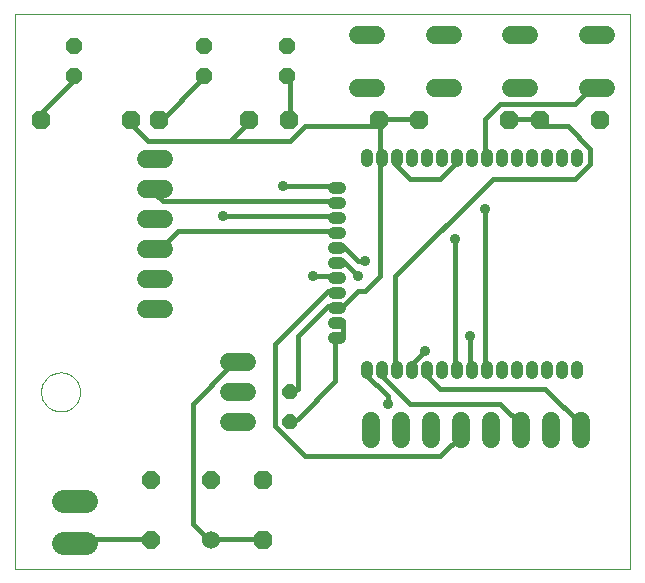
<source format=gtl>
G75*
G70*
%OFA0B0*%
%FSLAX24Y24*%
%IPPOS*%
%LPD*%
%AMOC8*
5,1,8,0,0,1.08239X$1,22.5*
%
%ADD10C,0.0000*%
%ADD11OC8,0.0630*%
%ADD12OC8,0.0500*%
%ADD13C,0.0750*%
%ADD14C,0.0394*%
%ADD15C,0.0600*%
%ADD16C,0.0600*%
%ADD17OC8,0.0600*%
%ADD18OC8,0.0520*%
%ADD19C,0.0160*%
%ADD20C,0.0356*%
D10*
X000258Y000893D02*
X000258Y019397D01*
X020731Y019397D01*
X020731Y000893D01*
X000258Y000893D01*
X001114Y006798D02*
X001116Y006848D01*
X001122Y006898D01*
X001132Y006948D01*
X001145Y006996D01*
X001162Y007044D01*
X001183Y007090D01*
X001207Y007134D01*
X001235Y007176D01*
X001266Y007216D01*
X001300Y007253D01*
X001337Y007288D01*
X001376Y007319D01*
X001417Y007348D01*
X001461Y007373D01*
X001507Y007395D01*
X001554Y007413D01*
X001602Y007427D01*
X001651Y007438D01*
X001701Y007445D01*
X001751Y007448D01*
X001802Y007447D01*
X001852Y007442D01*
X001902Y007433D01*
X001950Y007421D01*
X001998Y007404D01*
X002044Y007384D01*
X002089Y007361D01*
X002132Y007334D01*
X002172Y007304D01*
X002210Y007271D01*
X002245Y007235D01*
X002278Y007196D01*
X002307Y007155D01*
X002333Y007112D01*
X002356Y007067D01*
X002375Y007020D01*
X002390Y006972D01*
X002402Y006923D01*
X002410Y006873D01*
X002414Y006823D01*
X002414Y006773D01*
X002410Y006723D01*
X002402Y006673D01*
X002390Y006624D01*
X002375Y006576D01*
X002356Y006529D01*
X002333Y006484D01*
X002307Y006441D01*
X002278Y006400D01*
X002245Y006361D01*
X002210Y006325D01*
X002172Y006292D01*
X002132Y006262D01*
X002089Y006235D01*
X002044Y006212D01*
X001998Y006192D01*
X001950Y006175D01*
X001902Y006163D01*
X001852Y006154D01*
X001802Y006149D01*
X001751Y006148D01*
X001701Y006151D01*
X001651Y006158D01*
X001602Y006169D01*
X001554Y006183D01*
X001507Y006201D01*
X001461Y006223D01*
X001417Y006248D01*
X001376Y006277D01*
X001337Y006308D01*
X001300Y006343D01*
X001266Y006380D01*
X001235Y006420D01*
X001207Y006462D01*
X001183Y006506D01*
X001162Y006552D01*
X001145Y006600D01*
X001132Y006648D01*
X001122Y006698D01*
X001116Y006748D01*
X001114Y006798D01*
D11*
X008526Y003861D03*
X008526Y001861D03*
X008057Y015853D03*
X009388Y015853D03*
X012388Y015853D03*
X013719Y015853D03*
X016719Y015853D03*
X017762Y015853D03*
X019762Y015853D03*
X005057Y015853D03*
X004120Y015853D03*
X001120Y015853D03*
D12*
X009428Y006798D03*
X009428Y005798D03*
D13*
X002602Y003156D02*
X001852Y003156D01*
X001852Y001778D02*
X002602Y001778D01*
D14*
X010885Y008611D02*
X011081Y008611D01*
X011081Y009111D02*
X010885Y009111D01*
X010885Y009611D02*
X011081Y009611D01*
X011081Y010111D02*
X010885Y010111D01*
X010885Y010611D02*
X011081Y010611D01*
X011081Y011111D02*
X010885Y011111D01*
X010885Y011611D02*
X011081Y011611D01*
X011081Y012111D02*
X010885Y012111D01*
X010885Y012611D02*
X011081Y012611D01*
X011081Y013111D02*
X010885Y013111D01*
X010885Y013611D02*
X011081Y013611D01*
X011983Y014513D02*
X011983Y014709D01*
X012483Y014709D02*
X012483Y014513D01*
X012983Y014513D02*
X012983Y014709D01*
X013483Y014709D02*
X013483Y014513D01*
X013983Y014513D02*
X013983Y014709D01*
X014483Y014709D02*
X014483Y014513D01*
X014983Y014513D02*
X014983Y014709D01*
X015483Y014709D02*
X015483Y014513D01*
X015983Y014513D02*
X015983Y014709D01*
X016483Y014709D02*
X016483Y014513D01*
X016983Y014513D02*
X016983Y014709D01*
X017483Y014709D02*
X017483Y014513D01*
X017983Y014513D02*
X017983Y014709D01*
X018483Y014709D02*
X018483Y014513D01*
X018983Y014513D02*
X018983Y014709D01*
X018983Y007622D02*
X018983Y007426D01*
X018483Y007426D02*
X018483Y007622D01*
X017983Y007622D02*
X017983Y007426D01*
X017483Y007426D02*
X017483Y007622D01*
X016983Y007622D02*
X016983Y007426D01*
X016483Y007426D02*
X016483Y007622D01*
X015983Y007622D02*
X015983Y007426D01*
X015483Y007426D02*
X015483Y007622D01*
X014983Y007622D02*
X014983Y007426D01*
X014483Y007426D02*
X014483Y007622D01*
X013983Y007622D02*
X013983Y007426D01*
X013483Y007426D02*
X013483Y007622D01*
X012983Y007622D02*
X012983Y007426D01*
X012483Y007426D02*
X012483Y007622D01*
X011983Y007622D02*
X011983Y007426D01*
D15*
X012113Y005842D02*
X012113Y005242D01*
X013113Y005242D02*
X013113Y005842D01*
X014113Y005842D02*
X014113Y005242D01*
X015113Y005242D02*
X015113Y005842D01*
X016113Y005842D02*
X016113Y005242D01*
X017113Y005242D02*
X017113Y005842D01*
X018113Y005842D02*
X018113Y005242D01*
X019113Y005242D02*
X019113Y005842D01*
X007964Y005798D02*
X007364Y005798D01*
X007364Y006798D02*
X007964Y006798D01*
X007964Y007798D02*
X007364Y007798D01*
X005208Y009560D02*
X004608Y009560D01*
X004608Y010560D02*
X005208Y010560D01*
X005208Y011560D02*
X004608Y011560D01*
X004608Y012560D02*
X005208Y012560D01*
X005208Y013560D02*
X004608Y013560D01*
X004608Y014560D02*
X005208Y014560D01*
X011670Y016932D02*
X012270Y016932D01*
X012270Y018712D02*
X011670Y018712D01*
X014230Y018712D02*
X014830Y018712D01*
X014830Y016932D02*
X014230Y016932D01*
X016789Y016932D02*
X017389Y016932D01*
X017389Y018712D02*
X016789Y018712D01*
X019349Y018712D02*
X019949Y018712D01*
X019949Y016932D02*
X019349Y016932D01*
D16*
X006770Y001861D03*
D17*
X004770Y001861D03*
X004770Y003861D03*
X006770Y003861D03*
D18*
X006557Y017322D03*
X006557Y018322D03*
X009313Y018322D03*
X009313Y017322D03*
X002227Y017322D03*
X002227Y018322D03*
D19*
X002227Y017322D02*
X002170Y017149D01*
X000920Y015899D01*
X001120Y015853D01*
X004120Y015853D02*
X004170Y015649D01*
X004670Y015149D01*
X007420Y015149D01*
X009420Y015149D01*
X009920Y015649D01*
X012170Y015649D01*
X012388Y015853D01*
X012420Y015899D01*
X013670Y015899D01*
X013719Y015853D01*
X012983Y014611D02*
X012920Y014399D01*
X013420Y013899D01*
X014420Y013899D01*
X014920Y014399D01*
X014983Y014611D01*
X015920Y014649D02*
X015983Y014611D01*
X015920Y014649D02*
X015920Y015899D01*
X016420Y016399D01*
X018920Y016399D01*
X019420Y016899D01*
X019649Y016932D01*
X018670Y015649D02*
X017920Y015649D01*
X017762Y015853D01*
X017670Y015899D01*
X016920Y015899D01*
X016719Y015853D01*
X018670Y015649D02*
X019420Y014899D01*
X019420Y014399D01*
X018920Y013899D01*
X016170Y013899D01*
X012920Y010649D01*
X012920Y007649D01*
X012983Y007524D01*
X013420Y007649D02*
X013483Y007524D01*
X013420Y007649D02*
X013920Y008149D01*
X013983Y007524D02*
X013920Y007399D01*
X014420Y006899D01*
X017920Y006899D01*
X019170Y005649D01*
X019113Y005542D01*
X017170Y005649D02*
X017113Y005542D01*
X017170Y005649D02*
X016420Y006399D01*
X013420Y006399D01*
X012420Y007399D01*
X012483Y007524D01*
X011983Y007524D02*
X011920Y007399D01*
X012670Y006649D01*
X012670Y006399D01*
X010920Y007149D02*
X009670Y005899D01*
X009428Y005798D01*
X008920Y005649D02*
X009920Y004649D01*
X014420Y004649D01*
X015170Y005399D01*
X015113Y005542D01*
X014983Y007524D02*
X014920Y007649D01*
X014920Y011899D01*
X015920Y012899D02*
X015920Y007649D01*
X015983Y007524D01*
X015483Y007524D02*
X015420Y007649D01*
X015420Y008649D01*
X012420Y010649D02*
X012420Y014399D01*
X012483Y014611D01*
X012420Y014649D01*
X012420Y015649D01*
X012388Y015853D01*
X010983Y013611D02*
X010920Y013649D01*
X009170Y013649D01*
X010920Y013149D02*
X010983Y013111D01*
X010920Y013149D02*
X005170Y013149D01*
X004920Y013399D01*
X004908Y013560D01*
X005670Y012149D02*
X004920Y011399D01*
X004908Y011560D01*
X005670Y012149D02*
X010920Y012149D01*
X010983Y012111D01*
X011170Y011649D02*
X010983Y011611D01*
X011170Y011649D02*
X011670Y011149D01*
X011920Y011149D01*
X011670Y010649D02*
X011170Y011149D01*
X010983Y011111D01*
X010920Y010649D02*
X010983Y010611D01*
X010920Y010649D02*
X010170Y010649D01*
X010670Y010149D02*
X008920Y008399D01*
X008920Y005649D01*
X009428Y006798D02*
X009670Y006899D01*
X009670Y008649D01*
X010670Y009649D01*
X010920Y009649D01*
X010983Y009611D01*
X011170Y009649D01*
X011670Y010149D01*
X011920Y010149D01*
X012420Y010649D01*
X010983Y010111D02*
X010920Y010149D01*
X010670Y010149D01*
X010983Y009111D02*
X011170Y009149D01*
X011170Y008649D01*
X010983Y008611D01*
X010920Y008649D01*
X010920Y007149D01*
X007664Y007798D02*
X007420Y007649D01*
X006170Y006399D01*
X006170Y002399D01*
X006670Y001899D01*
X006770Y001861D01*
X006920Y001899D01*
X008420Y001899D01*
X008526Y001861D01*
X004770Y001861D02*
X004670Y001899D01*
X002420Y001899D01*
X002227Y001778D01*
X007170Y012649D02*
X010920Y012649D01*
X010983Y012611D01*
X009388Y015853D02*
X009420Y015899D01*
X009420Y017149D01*
X009313Y017322D01*
X008057Y015853D02*
X007920Y015649D01*
X007420Y015149D01*
X006420Y017149D02*
X006557Y017322D01*
X006420Y017149D02*
X005170Y015899D01*
X005057Y015853D01*
D20*
X007170Y012649D03*
X009170Y013649D03*
X011920Y011149D03*
X011670Y010649D03*
X010170Y010649D03*
X013920Y008149D03*
X015420Y008649D03*
X012670Y006399D03*
X014920Y011899D03*
X015920Y012899D03*
M02*

</source>
